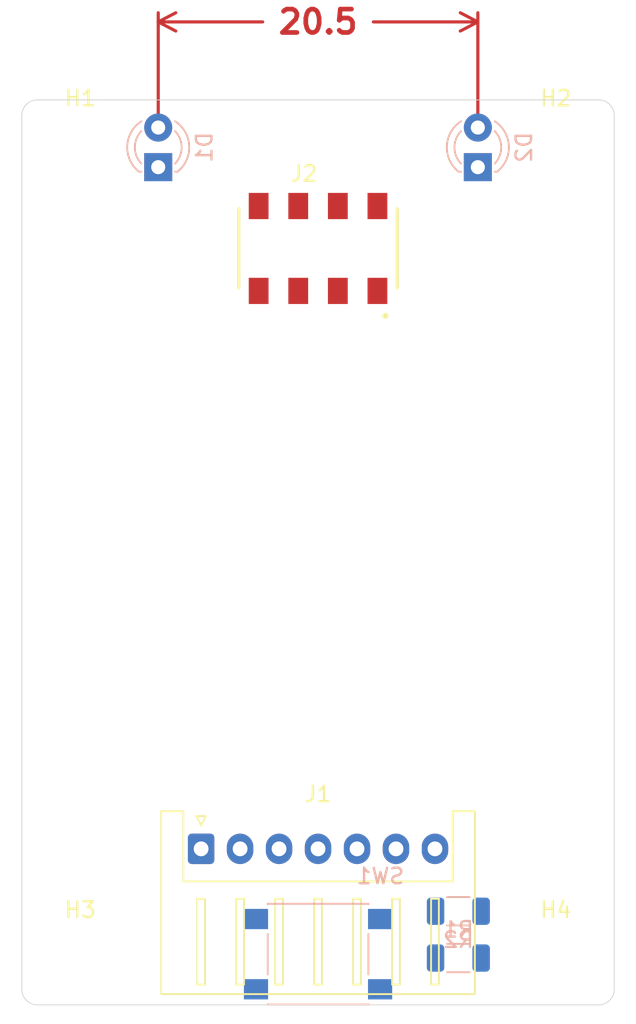
<source format=kicad_pcb>
(kicad_pcb (version 20241229) (generator "pcbnew") (generator_version "9.0")
  (layers (0 "F.Cu" signal) (2 "B.Cu" signal) (13 "F.Paste" user) (15 "B.Paste" user) (5 "F.SilkS" user "F.Silkscreen") (7 "B.SilkS" user "B.Silkscreen") (1 "F.Mask" user) (3 "B.Mask" user) (25 "Edge.Cuts" user))
  (net 0 "")
  (net 1 "+5V")
  (net 2 "Net-(D1-A)")
  (net 3 "Net-(D2-A)")
  (net 4 "/Red")
  (net 5 "/Ylw")
  (net 6 "/pSDA")
  (net 7 "GND")
  (net 8 "/pButt")
  (net 9 "/pSCL")
  (footprint "MountingHole:MountingHole_2.2mm_M2" (layer "F.Cu") (at 29.15 80.46)
    (property "Reference" "H3" (at 0 -3.15 0) (layer "F.SilkS"))
    (property "Value" "MountingHole")
    (pad "" np_thru_hole circle (at 0 0) (size 2.2 2.2) (drill 2.2) (layers "*.Cu" "*.Mask"))
  )
  (footprint "Halojen-Footprints:SAMTEC_HLE-104-02-F-DV-BE" (layer "F.Cu") (at 44.4 34.92)
    (property "Reference" "J2" (at -0.905 -4.795 0) (layer "F.SilkS"))
    (property "Value" "Screen")
    (fp_line (start -5.08 2.54) (end -5.08 -2.54) (stroke (width 0.2)) (layer "F.SilkS"))
    (fp_line (start 5.08 2.54) (end 5.08 -2.54) (stroke (width 0.2)) (layer "F.SilkS"))
    (fp_circle (center 4.32 4.32) (end 4.42 4.32) (stroke (width 0.2)) (fill no) (layer "F.SilkS"))
    (pad "" np_thru_hole circle (at -3.81 -1.27) (size 0.97 0.97) (drill 0.97) (layers "*.Cu" "*.Mask"))
    (pad "" np_thru_hole circle (at -3.81 1.27) (size 0.97 0.97) (drill 0.97) (layers "*.Cu" "*.Mask"))
    (pad "" np_thru_hole circle (at -1.27 -1.27) (size 0.97 0.97) (drill 0.97) (layers "*.Cu" "*.Mask"))
    (pad "" np_thru_hole circle (at -1.27 1.27) (size 0.97 0.97) (drill 0.97) (layers "*.Cu" "*.Mask"))
    (pad "" np_thru_hole circle (at 1.27 -1.27) (size 0.97 0.97) (drill 0.97) (layers "*.Cu" "*.Mask"))
    (pad "" np_thru_hole circle (at 1.27 1.27) (size 0.97 0.97) (drill 0.97) (layers "*.Cu" "*.Mask"))
    (pad "" np_thru_hole circle (at 3.81 -1.27) (size 0.97 0.97) (drill 0.97) (layers "*.Cu" "*.Mask"))
    (pad "" np_thru_hole circle (at 3.81 1.27) (size 0.97 0.97) (drill 0.97) (layers "*.Cu" "*.Mask"))
    (pad "1" smd rect (at 3.81 2.72) (size 1.27 1.68) (layers "F.Cu" "F.Mask" "F.Paste"))
    (pad "2" smd rect (at 3.81 -2.72) (size 1.27 1.68) (layers "F.Cu" "F.Mask" "F.Paste") (net 7 "GND"))
    (pad "3" smd rect (at 1.27 2.72) (size 1.27 1.68) (layers "F.Cu" "F.Mask" "F.Paste"))
    (pad "4" smd rect (at 1.27 -2.72) (size 1.27 1.68) (layers "F.Cu" "F.Mask" "F.Paste") (net 1 "+5V"))
    (pad "5" smd rect (at -1.27 2.72) (size 1.27 1.68) (layers "F.Cu" "F.Mask" "F.Paste"))
    (pad "6" smd rect (at -1.27 -2.72) (size 1.27 1.68) (layers "F.Cu" "F.Mask" "F.Paste") (net 6 "/pSDA"))
    (pad "7" smd rect (at -3.81 2.72) (size 1.27 1.68) (layers "F.Cu" "F.Mask" "F.Paste"))
    (pad "8" smd rect (at -3.81 -2.72) (size 1.27 1.68) (layers "F.Cu" "F.Mask" "F.Paste") (net 9 "/pSCL"))
  )
  (footprint "MountingHole:MountingHole_2.2mm_M2" (layer "F.Cu") (at 59.65 28.44)
    (property "Reference" "H2" (at 0 -3.15 0) (layer "F.SilkS"))
    (property "Value" "MountingHole")
    (pad "" np_thru_hole circle (at 0 0) (size 2.2 2.2) (drill 2.2) (layers "*.Cu" "*.Mask"))
  )
  (footprint "MountingHole:MountingHole_2.2mm_M2" (layer "F.Cu") (at 59.65 80.46)
    (property "Reference" "H4" (at 0 -3.15 0) (layer "F.SilkS"))
    (property "Value" "MountingHole")
    (pad "" np_thru_hole circle (at 0 0) (size 2.2 2.2) (drill 2.2) (layers "*.Cu" "*.Mask"))
  )
  (footprint "Connector_JST:JST_XH_S7B-XH-A_1x07_P2.50mm_Horizontal" (layer "F.Cu") (at 36.9 73.4)
    (property "Reference" "J1" (at 7.5 -3.51 0) (layer "F.SilkS"))
    (property "Value" "Interconnect")
    (fp_line (start -2.56 -2.41) (end -1.14 -2.41) (stroke (width 0.12)) (layer "F.SilkS"))
    (fp_line (start -2.56 9.31) (end -2.56 -2.41) (stroke (width 0.12)) (layer "F.SilkS"))
    (fp_line (start -1.14 -2.41) (end -1.14 2.09) (stroke (width 0.12)) (layer "F.SilkS"))
    (fp_line (start -1.14 2.09) (end 7.5 2.09) (stroke (width 0.12)) (layer "F.SilkS"))
    (fp_line (start -0.3 -2.1) (end 0.3 -2.1) (stroke (width 0.12)) (layer "F.SilkS"))
    (fp_line (start -0.25 3.2) (end -0.25 8.7) (stroke (width 0.12)) (layer "F.SilkS"))
    (fp_line (start -0.25 8.7) (end 0.25 8.7) (stroke (width 0.12)) (layer "F.SilkS"))
    (fp_line (start 0 -1.5) (end -0.3 -2.1) (stroke (width 0.12)) (layer "F.SilkS"))
    (fp_line (start 0.25 3.2) (end -0.25 3.2) (stroke (width 0.12)) (layer "F.SilkS"))
    (fp_line (start 0.25 8.7) (end 0.25 3.2) (stroke (width 0.12)) (layer "F.SilkS"))
    (fp_line (start 0.3 -2.1) (end 0 -1.5) (stroke (width 0.12)) (layer "F.SilkS"))
    (fp_line (start 2.25 3.2) (end 2.25 8.7) (stroke (width 0.12)) (layer "F.SilkS"))
    (fp_line (start 2.25 8.7) (end 2.75 8.7) (stroke (width 0.12)) (layer "F.SilkS"))
    (fp_line (start 2.75 3.2) (end 2.25 3.2) (stroke (width 0.12)) (layer "F.SilkS"))
    (fp_line (start 2.75 8.7) (end 2.75 3.2) (stroke (width 0.12)) (layer "F.SilkS"))
    (fp_line (start 4.75 3.2) (end 4.75 8.7) (stroke (width 0.12)) (layer "F.SilkS"))
    (fp_line (start 4.75 8.7) (end 5.25 8.7) (stroke (width 0.12)) (layer "F.SilkS"))
    (fp_line (start 5.25 3.2) (end 4.75 3.2) (stroke (width 0.12)) (layer "F.SilkS"))
    (fp_line (start 5.25 8.7) (end 5.25 3.2) (stroke (width 0.12)) (layer "F.SilkS"))
    (fp_line (start 7.25 3.2) (end 7.25 8.7) (stroke (width 0.12)) (layer "F.SilkS"))
    (fp_line (start 7.25 8.7) (end 7.75 8.7) (stroke (width 0.12)) (layer "F.SilkS"))
    (fp_line (start 7.5 9.31) (end -2.56 9.31) (stroke (width 0.12)) (layer "F.SilkS"))
    (fp_line (start 7.5 9.31) (end 17.56 9.31) (stroke (width 0.12)) (layer "F.SilkS"))
    (fp_line (start 7.75 3.2) (end 7.25 3.2) (stroke (width 0.12)) (layer "F.SilkS"))
    (fp_line (start 7.75 8.7) (end 7.75 3.2) (stroke (width 0.12)) (layer "F.SilkS"))
    (fp_line (start 9.75 3.2) (end 9.75 8.7) (stroke (width 0.12)) (layer "F.SilkS"))
    (fp_line (start 9.75 8.7) (end 10.25 8.7) (stroke (width 0.12)) (layer "F.SilkS"))
    (fp_line (start 10.25 3.2) (end 9.75 3.2) (stroke (width 0.12)) (layer "F.SilkS"))
    (fp_line (start 10.25 8.7) (end 10.25 3.2) (stroke (width 0.12)) (layer "F.SilkS"))
    (fp_line (start 12.25 3.2) (end 12.25 8.7) (stroke (width 0.12)) (layer "F.SilkS"))
    (fp_line (start 12.25 8.7) (end 12.75 8.7) (stroke (width 0.12)) (layer "F.SilkS"))
    (fp_line (start 12.75 3.2) (end 12.25 3.2) (stroke (width 0.12)) (layer "F.SilkS"))
    (fp_line (start 12.75 8.7) (end 12.75 3.2) (stroke (width 0.12)) (layer "F.SilkS"))
    (fp_line (start 14.75 3.2) (end 14.75 8.7) (stroke (width 0.12)) (layer "F.SilkS"))
    (fp_line (start 14.75 8.7) (end 15.25 8.7) (stroke (width 0.12)) (layer "F.SilkS"))
    (fp_line (start 15.25 3.2) (end 14.75 3.2) (stroke (width 0.12)) (layer "F.SilkS"))
    (fp_line (start 15.25 8.7) (end 15.25 3.2) (stroke (width 0.12)) (layer "F.SilkS"))
    (fp_line (start 16.14 -2.41) (end 16.14 2.09) (stroke (width 0.12)) (layer "F.SilkS"))
    (fp_line (start 16.14 2.09) (end 7.5 2.09) (stroke (width 0.12)) (layer "F.SilkS"))
    (fp_line (start 17.56 -2.41) (end 16.14 -2.41) (stroke (width 0.12)) (layer "F.SilkS"))
    (fp_line (start 17.56 9.31) (end 17.56 -2.41) (stroke (width 0.12)) (layer "F.SilkS"))
    (pad "1" thru_hole roundrect (at 0 0) (size 1.7 1.95) (drill 0.95) (layers "*.Cu" "*.Mask") (roundrect_rratio 0.147059) (net 7 "GND"))
    (pad "2" thru_hole oval (at 2.5 0) (size 1.7 1.95) (drill 0.95) (layers "*.Cu" "*.Mask") (net 1 "+5V"))
    (pad "3" thru_hole oval (at 5 0) (size 1.7 1.95) (drill 0.95) (layers "*.Cu" "*.Mask") (net 6 "/pSDA"))
    (pad "4" thru_hole oval (at 7.5 0) (size 1.7 1.95) (drill 0.95) (layers "*.Cu" "*.Mask") (net 9 "/pSCL"))
    (pad "5" thru_hole oval (at 10 0) (size 1.7 1.95) (drill 0.95) (layers "*.Cu" "*.Mask") (net 8 "/pButt"))
    (pad "6" thru_hole oval (at 12.5 0) (size 1.7 1.95) (drill 0.95) (layers "*.Cu" "*.Mask") (net 5 "/Ylw"))
    (pad "7" thru_hole oval (at 15 0) (size 1.7 1.95) (drill 0.95) (layers "*.Cu" "*.Mask") (net 4 "/Red"))
  )
  (footprint "MountingHole:MountingHole_2.2mm_M2" (layer "F.Cu") (at 29.15 28.44)
    (property "Reference" "H1" (at 0 -3.15 0) (layer "F.SilkS"))
    (property "Value" "MountingHole")
    (pad "" np_thru_hole circle (at 0 0) (size 2.2 2.2) (drill 2.2) (layers "*.Cu" "*.Mask"))
  )
  (footprint "Halojen-Footprints:Push_Button_PTS641-S-K-31" (layer "B.Cu") (at 44.4 80.15)
    (property "Reference" "SW1" (at 4 -5 180) (layer "B.SilkS") (effects (justify mirror)))
    (property "Value" "Push")
    (fp_line (start -3.23 -3.23) (end -3.23 -3.2) (stroke (width 0.12)) (layer "B.SilkS"))
    (fp_line (start -3.23 -3.23) (end 3.23 -3.23) (stroke (width 0.12)) (layer "B.SilkS"))
    (fp_line (start -3.23 1.3) (end -3.23 -1.3) (stroke (width 0.12)) (layer "B.SilkS"))
    (fp_line (start -3.23 3.2) (end -3.23 3.23) (stroke (width 0.12)) (layer "B.SilkS"))
    (fp_line (start -3.23 3.23) (end 3.23 3.23) (stroke (width 0.12)) (layer "B.SilkS"))
    (fp_line (start 3.23 -3.23) (end 3.23 -3.2) (stroke (width 0.12)) (layer "B.SilkS"))
    (fp_line (start 3.23 1.3) (end 3.23 -1.3) (stroke (width 0.12)) (layer "B.SilkS"))
    (fp_line (start 3.23 3.23) (end 3.23 3.2) (stroke (width 0.12)) (layer "B.SilkS"))
    (pad "1" smd rect (at -3.98 2.25) (size 1.55 1.3) (layers "B.Cu" "B.Mask" "B.Paste") (net 7 "GND"))
    (pad "1" smd rect (at 3.98 2.25) (size 1.55 1.3) (layers "B.Cu" "B.Mask" "B.Paste") (net 7 "GND"))
    (pad "2" smd rect (at -3.98 -2.25) (size 1.55 1.3) (layers "B.Cu" "B.Mask" "B.Paste") (net 8 "/pButt"))
    (pad "2" smd rect (at 3.98 -2.25) (size 1.55 1.3) (layers "B.Cu" "B.Mask" "B.Paste") (net 8 "/pButt"))
  )
  (footprint "Resistor_SMD:R_1206_3216Metric" (layer "B.Cu") (at 53.4 80.4 180)
    (property "Reference" "R1" (at 0 1.83 180) (layer "B.SilkS") (effects (justify mirror)))
    (property "Value" "100R")
    (fp_line (start -0.727064 0.91) (end 0.727064 0.91) (stroke (width 0.12)) (layer "B.SilkS"))
    (fp_line (start -0.727064 -0.91) (end 0.727064 -0.91) (stroke (width 0.12)) (layer "B.SilkS"))
    (pad "1" smd roundrect (at -1.4625 0 180) (size 1.125 1.75) (layers "B.Cu" "B.Mask" "B.Paste") (roundrect_rratio 0.222222) (net 1 "+5V"))
    (pad "2" smd roundrect (at 1.4625 0 180) (size 1.125 1.75) (layers "B.Cu" "B.Mask" "B.Paste") (roundrect_rratio 0.222222) (net 2 "Net-(D1-A)"))
  )
  (footprint "Halojen-Footprints:LED_D3.0mm_Clear_Flush" (layer "B.Cu") (at 34.15 29.71 90)
    (property "Reference" "D1" (at 1.27 2.96 90) (layer "B.SilkS") (effects (justify mirror)))
    (property "Value" "RED")
    (fp_line (start -0.29 -1.08) (end -0.29 -1.236) (stroke (width 0.12)) (layer "B.SilkS"))
    (fp_line (start -0.29 1.236) (end -0.29 1.08) (stroke (width 0.12)) (layer "B.SilkS"))
    (fp_arc (start -0.29 -1.235516) (mid 1.36566 -1.987699) (end 2.941437 -1.08) (stroke (width 0.12)) (layer "B.SilkS"))
    (fp_arc (start 0.229039 -1.08) (mid 1.27 -1.5) (end 2.310961 -1.08) (stroke (width 0.12)) (layer "B.SilkS"))
    (fp_arc (start 2.941437 1.08) (mid 1.36566 1.9877) (end -0.29 1.235516) (stroke (width 0.12)) (layer "B.SilkS"))
    (fp_arc (start 2.310961 1.08) (mid 1.27 1.5) (end 0.229039 1.08) (stroke (width 0.12)) (layer "B.SilkS"))
    (pad "1" thru_hole rect (at 0 0 90) (size 1.8 1.8) (drill 0.9) (layers "*.Cu" "*.Mask") (net 4 "/Red"))
    (pad "2" thru_hole circle (at 2.54 0 90) (size 1.8 1.8) (drill 0.9) (layers "*.Cu" "*.Mask") (net 2 "Net-(D1-A)"))
  )
  (footprint "Halojen-Footprints:LED_D3.0mm_Clear_Flush" (layer "B.Cu") (at 54.65 29.71 90)
    (property "Reference" "D2" (at 1.27 2.96 90) (layer "B.SilkS") (effects (justify mirror)))
    (property "Value" "YLW")
    (fp_line (start -0.29 -1.08) (end -0.29 -1.236) (stroke (width 0.12)) (layer "B.SilkS"))
    (fp_line (start -0.29 1.236) (end -0.29 1.08) (stroke (width 0.12)) (layer "B.SilkS"))
    (fp_arc (start -0.29 -1.235516) (mid 1.36566 -1.987699) (end 2.941437 -1.08) (stroke (width 0.12)) (layer "B.SilkS"))
    (fp_arc (start 0.229039 -1.08) (mid 1.27 -1.5) (end 2.310961 -1.08) (stroke (width 0.12)) (layer "B.SilkS"))
    (fp_arc (start 2.941437 1.08) (mid 1.36566 1.9877) (end -0.29 1.235516) (stroke (width 0.12)) (layer "B.SilkS"))
    (fp_arc (start 2.310961 1.08) (mid 1.27 1.5) (end 0.229039 1.08) (stroke (width 0.12)) (layer "B.SilkS"))
    (pad "1" thru_hole rect (at 0 0 90) (size 1.8 1.8) (drill 0.9) (layers "*.Cu" "*.Mask") (net 5 "/Ylw"))
    (pad "2" thru_hole circle (at 2.54 0 90) (size 1.8 1.8) (drill 0.9) (layers "*.Cu" "*.Mask") (net 3 "Net-(D2-A)"))
  )
  (footprint "Resistor_SMD:R_1206_3216Metric" (layer "B.Cu") (at 53.4 77.4)
    (property "Reference" "R2" (at 0 1.83 180) (layer "B.SilkS") (effects (justify mirror)))
    (property "Value" "100R")
    (fp_line (start -0.727064 -0.91) (end 0.727064 -0.91) (stroke (width 0.12)) (layer "B.SilkS"))
    (fp_line (start -0.727064 0.91) (end 0.727064 0.91) (stroke (width 0.12)) (layer "B.SilkS"))
    (pad "1" smd roundrect (at -1.4625 0) (size 1.125 1.75) (layers "B.Cu" "B.Mask" "B.Paste") (roundrect_rratio 0.222222) (net 1 "+5V"))
    (pad "2" smd roundrect (at 1.4625 0) (size 1.125 1.75) (layers "B.Cu" "B.Mask" "B.Paste") (roundrect_rratio 0.222222) (net 3 "Net-(D2-A)"))
  )
  (gr_line (start 63.4 26.4) (end 63.4 82.4) (stroke (width 0.05)) (layer "Edge.Cuts"))
  (gr_arc (start 63.4 82.4) (mid 63.107107 83.107107) (end 62.4 83.4) (stroke (width 0.05)) (layer "Edge.Cuts"))
  (gr_line (start 26.4 25.4) (end 62.4 25.4) (stroke (width 0.05)) (layer "Edge.Cuts"))
  (gr_arc (start 62.4 25.4) (mid 63.107107 25.692893) (end 63.4 26.4) (stroke (width 0.05)) (layer "Edge.Cuts"))
  (gr_arc (start 25.4 26.4) (mid 25.692893 25.692893) (end 26.4 25.4) (stroke (width 0.05)) (layer "Edge.Cuts"))
  (gr_line (start 62.4 83.4) (end 26.4 83.4) (stroke (width 0.05)) (layer "Edge.Cuts"))
  (gr_line (start 25.4 82.4) (end 25.4 26.4) (stroke (width 0.05)) (layer "Edge.Cuts"))
  (gr_arc (start 26.4 83.4) (mid 25.692893 83.107107) (end 25.4 82.4) (stroke (width 0.05)) (layer "Edge.Cuts"))
  (dimension (type orthogonal) (layer "F.Cu") (pts (xy 34.15 28.44) (xy 54.65 28.44)) (height -8.04) (orientation 0) (format (prefix "") (suffix "") (units 3) (units_format 0) (precision 4) (suppress_zeroes yes)) (style (thickness 0.2) (arrow_length 1.27) (text_position_mode 2) (arrow_direction outward) (extension_height 0.58642) (extension_offset 0.5) (keep_text_aligned yes)) (gr_text "20.5" (at 44.4 20.4 0) (layer "F.Cu") (effects (font (size 1.5 1.5) (thickness 0.3)))))
)
</source>
